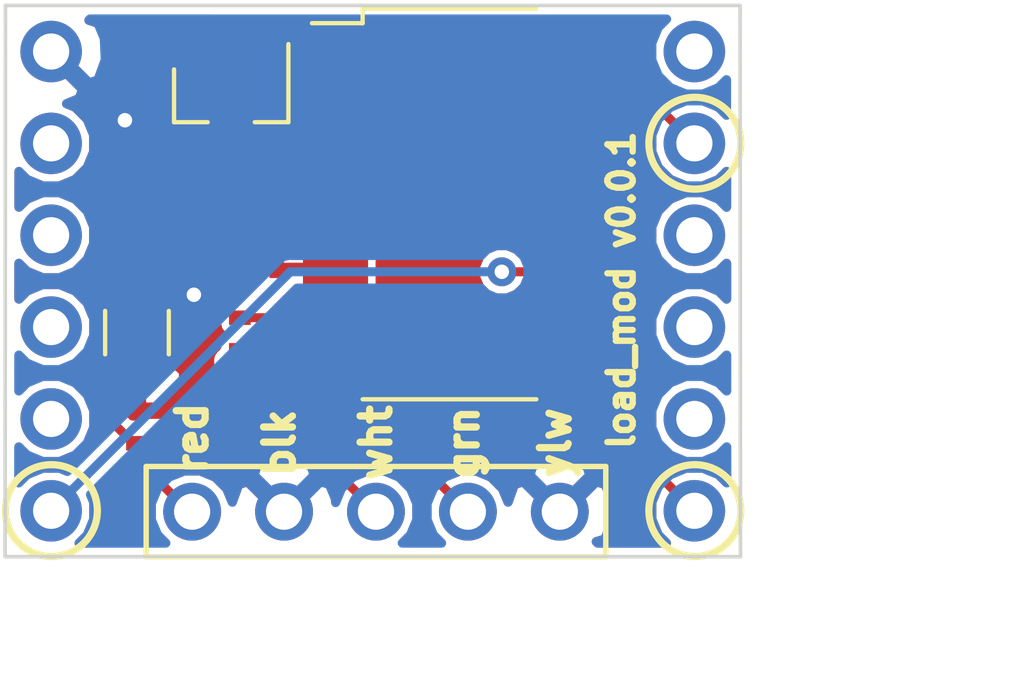
<source format=kicad_pcb>
(kicad_pcb (version 20171130) (host pcbnew "(5.0.1-3-g963ef8bb5)")

  (general
    (thickness 1.6)
    (drawings 11)
    (tracks 72)
    (zones 0)
    (modules 15)
    (nets 25)
  )

  (page A4)
  (layers
    (0 F.Cu signal)
    (31 B.Cu signal)
    (32 B.Adhes user)
    (33 F.Adhes user)
    (34 B.Paste user)
    (35 F.Paste user)
    (36 B.SilkS user)
    (37 F.SilkS user)
    (38 B.Mask user)
    (39 F.Mask user)
    (40 Dwgs.User user)
    (41 Cmts.User user)
    (42 Eco1.User user)
    (43 Eco2.User user)
    (44 Edge.Cuts user)
    (45 Margin user)
    (46 B.CrtYd user)
    (47 F.CrtYd user)
    (48 B.Fab user)
    (49 F.Fab user)
  )

  (setup
    (last_trace_width 0.25)
    (trace_clearance 0.2)
    (zone_clearance 0.2)
    (zone_45_only no)
    (trace_min 0.2)
    (segment_width 0.2)
    (edge_width 0.15)
    (via_size 0.8)
    (via_drill 0.4)
    (via_min_size 0.4)
    (via_min_drill 0.3)
    (uvia_size 0.3)
    (uvia_drill 0.1)
    (uvias_allowed no)
    (uvia_min_size 0.2)
    (uvia_min_drill 0.1)
    (pcb_text_width 0.3)
    (pcb_text_size 1.5 1.5)
    (mod_edge_width 0.15)
    (mod_text_size 1 1)
    (mod_text_width 0.15)
    (pad_size 1.524 1.524)
    (pad_drill 0.762)
    (pad_to_mask_clearance 0.051)
    (solder_mask_min_width 0.25)
    (aux_axis_origin 0 0)
    (grid_origin 162.4811 75.7886)
    (visible_elements FFFFFF7F)
    (pcbplotparams
      (layerselection 0x310fc_ffffffff)
      (usegerberextensions false)
      (usegerberattributes false)
      (usegerberadvancedattributes false)
      (creategerberjobfile false)
      (excludeedgelayer true)
      (linewidth 0.100000)
      (plotframeref false)
      (viasonmask false)
      (mode 1)
      (useauxorigin false)
      (hpglpennumber 1)
      (hpglpenspeed 20)
      (hpglpendiameter 15.000000)
      (psnegative false)
      (psa4output false)
      (plotreference true)
      (plotvalue true)
      (plotinvisibletext false)
      (padsonsilk false)
      (subtractmaskfromsilk false)
      (outputformat 1)
      (mirror false)
      (drillshape 0)
      (scaleselection 1)
      (outputdirectory "gerber/"))
  )

  (net 0 "")
  (net 1 "Net-(J2-Pad8)")
  (net 2 /SCK)
  (net 3 "Net-(J2-Pad10)")
  (net 4 "Net-(J2-Pad3)")
  (net 5 "Net-(J2-Pad9)")
  (net 6 "Net-(J2-Pad11)")
  (net 7 GND)
  (net 8 /DAT)
  (net 9 "Net-(J2-Pad4)")
  (net 10 "Net-(J2-Pad2)")
  (net 11 "Net-(J2-Pad6)")
  (net 12 +3V3)
  (net 13 "Net-(Q1-Pad1)")
  (net 14 "Net-(L1-Pad2)")
  (net 15 "Net-(U1-Pad13)")
  (net 16 "Net-(U1-Pad10)")
  (net 17 "Net-(U1-Pad9)")
  (net 18 "Net-(C4-Pad2)")
  (net 19 "Net-(C4-Pad1)")
  (net 20 "Net-(C3-Pad2)")
  (net 21 "Net-(R1-Pad2)")
  (net 22 "Net-(C1-Pad1)")
  (net 23 /A-)
  (net 24 /A+)

  (net_class Default "Ceci est la Netclass par défaut."
    (clearance 0.2)
    (trace_width 0.25)
    (via_dia 0.8)
    (via_drill 0.4)
    (uvia_dia 0.3)
    (uvia_drill 0.1)
    (add_net +3V3)
    (add_net /A+)
    (add_net /A-)
    (add_net /DAT)
    (add_net /SCK)
    (add_net GND)
    (add_net "Net-(C1-Pad1)")
    (add_net "Net-(C3-Pad2)")
    (add_net "Net-(C4-Pad1)")
    (add_net "Net-(C4-Pad2)")
    (add_net "Net-(J2-Pad10)")
    (add_net "Net-(J2-Pad11)")
    (add_net "Net-(J2-Pad2)")
    (add_net "Net-(J2-Pad3)")
    (add_net "Net-(J2-Pad4)")
    (add_net "Net-(J2-Pad6)")
    (add_net "Net-(J2-Pad8)")
    (add_net "Net-(J2-Pad9)")
    (add_net "Net-(L1-Pad2)")
    (add_net "Net-(Q1-Pad1)")
    (add_net "Net-(R1-Pad2)")
    (add_net "Net-(U1-Pad10)")
    (add_net "Net-(U1-Pad13)")
    (add_net "Net-(U1-Pad9)")
  )

  (module Common_Footprint:SOP-16_4.4x10.4mm_Pitch1.27mm (layer F.Cu) (tedit 5D19E2EA) (tstamp 5D19F484)
    (at 174.752 81.28)
    (descr "16-Lead Plastic Small Outline http://www.vishay.com/docs/49633/sg2098.pdf")
    (tags "SOP 1.27")
    (path /5D0D051D)
    (attr smd)
    (fp_text reference U1 (at 0 -6.2) (layer F.SilkS) hide
      (effects (font (size 1 1) (thickness 0.15)))
    )
    (fp_text value HX711 (at 0 6.1) (layer F.Fab) hide
      (effects (font (size 1 1) (thickness 0.15)))
    )
    (fp_text user %R (at 0 0) (layer F.Fab)
      (effects (font (size 0.8 0.8) (thickness 0.15)))
    )
    (fp_line (start -2.2 -4.6) (end -1.6 -5.2) (layer F.Fab) (width 0.1))
    (fp_line (start -2.4 -5.4) (end -2.4 -5) (layer F.SilkS) (width 0.12))
    (fp_line (start -2.4 -5) (end -3.8 -5) (layer F.SilkS) (width 0.12))
    (fp_line (start -1.6 -5.2) (end 2.2 -5.2) (layer F.Fab) (width 0.1))
    (fp_line (start 2.2 -5.2) (end 2.2 5.2) (layer F.Fab) (width 0.1))
    (fp_line (start 2.2 5.2) (end -2.2 5.2) (layer F.Fab) (width 0.1))
    (fp_line (start -2.2 5.2) (end -2.2 -4.6) (layer F.Fab) (width 0.1))
    (fp_line (start -2.4 -5.4) (end 2.4 -5.4) (layer F.SilkS) (width 0.12))
    (fp_line (start -2.4 5.4) (end 2.4 5.4) (layer F.SilkS) (width 0.12))
    (fp_line (start -4.05 -5.45) (end 4.05 -5.45) (layer F.CrtYd) (width 0.05))
    (fp_line (start -4.05 -5.45) (end -4.05 5.45) (layer F.CrtYd) (width 0.05))
    (fp_line (start 4.05 5.45) (end 4.05 -5.45) (layer F.CrtYd) (width 0.05))
    (fp_line (start 4.05 5.45) (end -4.05 5.45) (layer F.CrtYd) (width 0.05))
    (pad 1 smd rect (at -3.15 -4.45) (size 1.8 0.8) (layers F.Cu F.Paste F.Mask)
      (net 12 +3V3))
    (pad 2 smd rect (at -3.15 -3.17) (size 1.8 0.8) (layers F.Cu F.Paste F.Mask)
      (net 13 "Net-(Q1-Pad1)"))
    (pad 3 smd rect (at -3.15 -1.91) (size 1.8 0.8) (layers F.Cu F.Paste F.Mask)
      (net 14 "Net-(L1-Pad2)"))
    (pad 4 smd rect (at -3.15 -0.64) (size 1.8 0.8) (layers F.Cu F.Paste F.Mask)
      (net 21 "Net-(R1-Pad2)"))
    (pad 5 smd rect (at -3.15 0.64) (size 1.8 0.8) (layers F.Cu F.Paste F.Mask)
      (net 7 GND))
    (pad 6 smd rect (at -3.15 1.91) (size 1.8 0.8) (layers F.Cu F.Paste F.Mask)
      (net 20 "Net-(C3-Pad2)"))
    (pad 7 smd rect (at -3.15 3.17) (size 1.8 0.8) (layers F.Cu F.Paste F.Mask)
      (net 19 "Net-(C4-Pad1)"))
    (pad 8 smd rect (at -3.15 4.45) (size 1.8 0.8) (layers F.Cu F.Paste F.Mask)
      (net 18 "Net-(C4-Pad2)"))
    (pad 9 smd rect (at 3.15 4.45) (size 1.8 0.8) (layers F.Cu F.Paste F.Mask)
      (net 17 "Net-(U1-Pad9)"))
    (pad 10 smd rect (at 3.15 3.17) (size 1.8 0.8) (layers F.Cu F.Paste F.Mask)
      (net 16 "Net-(U1-Pad10)"))
    (pad 11 smd rect (at 3.15 1.91) (size 1.8 0.8) (layers F.Cu F.Paste F.Mask)
      (net 2 /SCK))
    (pad 12 smd rect (at 3.15 0.64) (size 1.8 0.8) (layers F.Cu F.Paste F.Mask)
      (net 8 /DAT))
    (pad 13 smd rect (at 3.15 -0.64) (size 1.8 0.8) (layers F.Cu F.Paste F.Mask)
      (net 15 "Net-(U1-Pad13)"))
    (pad 14 smd rect (at 3.15 -1.91) (size 1.8 0.8) (layers F.Cu F.Paste F.Mask)
      (net 7 GND))
    (pad 15 smd rect (at 3.15 -3.17) (size 1.8 0.8) (layers F.Cu F.Paste F.Mask)
      (net 7 GND))
    (pad 16 smd rect (at 3.15 -4.45) (size 1.8 0.8) (layers F.Cu F.Paste F.Mask)
      (net 12 +3V3))
    (model ${KISYS3DMOD}/SOP16.STEP
      (at (xyz 0 0 0))
      (scale (xyz 1 1 1))
      (rotate (xyz 0 0 180))
    )
  )

  (module Common_Footprint:826926-5 (layer F.Cu) (tedit 5D19D994) (tstamp 5D19EE43)
    (at 172.72 89.789)
    (path /5D1BF487)
    (fp_text reference J1 (at -4.3 2.2) (layer F.Fab) hide
      (effects (font (size 1 1) (thickness 0.15)))
    )
    (fp_text value Header5Contacts (at -2.5 -2) (layer F.Fab) hide
      (effects (font (size 1 1) (thickness 0.15)))
    )
    (fp_line (start -6.35 -1.25) (end -6.35 1.25) (layer F.SilkS) (width 0.15))
    (fp_line (start 6.35 -1.25) (end 6.35 1.25) (layer F.SilkS) (width 0.15))
    (fp_line (start -6.35 1.25) (end 6.35 1.25) (layer F.SilkS) (width 0.15))
    (fp_line (start -6.35 -1.25) (end 6.35 -1.25) (layer F.SilkS) (width 0.15))
    (pad 5 thru_hole circle (at 5.08 0) (size 1.6 1.6) (drill 1) (layers *.Cu *.Mask)
      (net 7 GND))
    (pad 4 thru_hole circle (at 2.54 0) (size 1.6 1.6) (drill 1) (layers *.Cu *.Mask)
      (net 24 /A+))
    (pad 3 thru_hole circle (at 0 0) (size 1.6 1.6) (drill 1) (layers *.Cu *.Mask)
      (net 23 /A-))
    (pad 2 thru_hole circle (at -2.54 0) (size 1.6 1.6) (drill 1) (layers *.Cu *.Mask)
      (net 7 GND))
    (pad 1 thru_hole circle (at -5.08 0) (size 1.6 1.6) (drill 1) (layers *.Cu *.Mask)
      (net 22 "Net-(C1-Pad1)"))
    (model ${KISYS3DMOD}/Connector_5cts_p2.54-826629-5.stp
      (offset (xyz 0.04999999924907534 0 2.89999995644637))
      (scale (xyz 1 1 1))
      (rotate (xyz 0 0 0))
    )
  )

  (module Common_Footprint:1008 (layer F.Cu) (tedit 5D19D74E) (tstamp 5D19EE49)
    (at 166.624 81.649 90)
    (path /5D1A64EC)
    (fp_text reference L1 (at 0 0 90) (layer F.Fab)
      (effects (font (size 1 1) (thickness 0.15)))
    )
    (fp_text value 3.3uh (at 0 -2.032 90) (layer F.Fab) hide
      (effects (font (size 1 1) (thickness 0.15)))
    )
    (pad 2 smd rect (at 0.75 0 180) (size 2.4 1.2) (layers F.Cu F.Paste F.Mask)
      (net 14 "Net-(L1-Pad2)"))
    (pad 1 smd rect (at -0.75 0 180) (size 2.4 1.2) (layers F.Cu F.Paste F.Mask)
      (net 22 "Net-(C1-Pad1)"))
    (model ${KISYS3DMOD}/1008.STEP
      (offset (xyz 0 -1.1 0.9))
      (scale (xyz 1 1 1))
      (rotate (xyz 0 0 0))
    )
  )

  (module Common_Footprint:R_0402_NoSilk (layer F.Cu) (tedit 5E8B6747) (tstamp 5D19EE36)
    (at 169.6511 86.3296)
    (descr "Resistor SMD 0402, reflow soldering, Vishay (see dcrcw.pdf)")
    (tags "resistor 0402")
    (path /5D1AF3F5)
    (attr smd)
    (fp_text reference R4 (at 0 0) (layer F.Fab)
      (effects (font (size 0.25 0.25) (thickness 0.0625)))
    )
    (fp_text value 100 (at 0 1.25) (layer F.Fab) hide
      (effects (font (size 1 1) (thickness 0.15)))
    )
    (fp_line (start 0.8 0.45) (end -0.8 0.45) (layer F.CrtYd) (width 0.05))
    (fp_line (start 0.8 0.45) (end 0.8 -0.45) (layer F.CrtYd) (width 0.05))
    (fp_line (start -0.8 -0.45) (end -0.8 0.45) (layer F.CrtYd) (width 0.05))
    (fp_line (start -0.8 -0.45) (end 0.8 -0.45) (layer F.CrtYd) (width 0.05))
    (fp_line (start -0.5 -0.25) (end 0.5 -0.25) (layer F.Fab) (width 0.1))
    (fp_line (start 0.5 -0.25) (end 0.5 0.25) (layer F.Fab) (width 0.1))
    (fp_line (start 0.5 0.25) (end -0.5 0.25) (layer F.Fab) (width 0.1))
    (fp_line (start -0.5 0.25) (end -0.5 -0.25) (layer F.Fab) (width 0.1))
    (pad 2 smd rect (at 0.45 0) (size 0.4 0.6) (layers F.Cu F.Paste F.Mask)
      (net 18 "Net-(C4-Pad2)"))
    (pad 1 smd rect (at -0.45 0) (size 0.4 0.6) (layers F.Cu F.Paste F.Mask)
      (net 24 /A+))
    (model "${KISYS3DMOD}/0402 SMD Resistor.step"
      (at (xyz 0 0 0))
      (scale (xyz 1 1 1))
      (rotate (xyz 0 0 90))
    )
  )

  (module Common_Footprint:R_0402_NoSilk (layer F.Cu) (tedit 5E8B6747) (tstamp 5D19EE28)
    (at 168.9581 84.8746 90)
    (descr "Resistor SMD 0402, reflow soldering, Vishay (see dcrcw.pdf)")
    (tags "resistor 0402")
    (path /5D1ADCA7)
    (attr smd)
    (fp_text reference R3 (at 0 0 90) (layer F.Fab)
      (effects (font (size 0.25 0.25) (thickness 0.0625)))
    )
    (fp_text value 100 (at 0 1.25 90) (layer F.Fab) hide
      (effects (font (size 1 1) (thickness 0.15)))
    )
    (fp_line (start 0.8 0.45) (end -0.8 0.45) (layer F.CrtYd) (width 0.05))
    (fp_line (start 0.8 0.45) (end 0.8 -0.45) (layer F.CrtYd) (width 0.05))
    (fp_line (start -0.8 -0.45) (end -0.8 0.45) (layer F.CrtYd) (width 0.05))
    (fp_line (start -0.8 -0.45) (end 0.8 -0.45) (layer F.CrtYd) (width 0.05))
    (fp_line (start -0.5 -0.25) (end 0.5 -0.25) (layer F.Fab) (width 0.1))
    (fp_line (start 0.5 -0.25) (end 0.5 0.25) (layer F.Fab) (width 0.1))
    (fp_line (start 0.5 0.25) (end -0.5 0.25) (layer F.Fab) (width 0.1))
    (fp_line (start -0.5 0.25) (end -0.5 -0.25) (layer F.Fab) (width 0.1))
    (pad 2 smd rect (at 0.45 0 90) (size 0.4 0.6) (layers F.Cu F.Paste F.Mask)
      (net 19 "Net-(C4-Pad1)"))
    (pad 1 smd rect (at -0.45 0 90) (size 0.4 0.6) (layers F.Cu F.Paste F.Mask)
      (net 23 /A-))
    (model "${KISYS3DMOD}/0402 SMD Resistor.step"
      (at (xyz 0 0 0))
      (scale (xyz 1 1 1))
      (rotate (xyz 0 0 90))
    )
  )

  (module Common_Footprint:R_0402_NoSilk (layer F.Cu) (tedit 5E8B6747) (tstamp 5D19EE1A)
    (at 169.5241 81.8846 180)
    (descr "Resistor SMD 0402, reflow soldering, Vishay (see dcrcw.pdf)")
    (tags "resistor 0402")
    (path /5D1A53CC)
    (attr smd)
    (fp_text reference R2 (at 0 0 180) (layer F.Fab)
      (effects (font (size 0.25 0.25) (thickness 0.0625)))
    )
    (fp_text value 8.2K (at 0 1.25 180) (layer F.Fab) hide
      (effects (font (size 1 1) (thickness 0.15)))
    )
    (fp_line (start 0.8 0.45) (end -0.8 0.45) (layer F.CrtYd) (width 0.05))
    (fp_line (start 0.8 0.45) (end 0.8 -0.45) (layer F.CrtYd) (width 0.05))
    (fp_line (start -0.8 -0.45) (end -0.8 0.45) (layer F.CrtYd) (width 0.05))
    (fp_line (start -0.8 -0.45) (end 0.8 -0.45) (layer F.CrtYd) (width 0.05))
    (fp_line (start -0.5 -0.25) (end 0.5 -0.25) (layer F.Fab) (width 0.1))
    (fp_line (start 0.5 -0.25) (end 0.5 0.25) (layer F.Fab) (width 0.1))
    (fp_line (start 0.5 0.25) (end -0.5 0.25) (layer F.Fab) (width 0.1))
    (fp_line (start -0.5 0.25) (end -0.5 -0.25) (layer F.Fab) (width 0.1))
    (pad 2 smd rect (at 0.45 0 180) (size 0.4 0.6) (layers F.Cu F.Paste F.Mask)
      (net 7 GND))
    (pad 1 smd rect (at -0.45 0 180) (size 0.4 0.6) (layers F.Cu F.Paste F.Mask)
      (net 21 "Net-(R1-Pad2)"))
    (model "${KISYS3DMOD}/0402 SMD Resistor.step"
      (at (xyz 0 0 0))
      (scale (xyz 1 1 1))
      (rotate (xyz 0 0 90))
    )
  )

  (module Common_Footprint:R_0402_NoSilk (layer F.Cu) (tedit 5E8B6747) (tstamp 5D19EE0C)
    (at 169.5241 80.7416)
    (descr "Resistor SMD 0402, reflow soldering, Vishay (see dcrcw.pdf)")
    (tags "resistor 0402")
    (path /5D1A52F5)
    (attr smd)
    (fp_text reference R1 (at 0 0) (layer F.Fab)
      (effects (font (size 0.25 0.25) (thickness 0.0625)))
    )
    (fp_text value 20K (at 0 1.25) (layer F.Fab) hide
      (effects (font (size 1 1) (thickness 0.15)))
    )
    (fp_line (start 0.8 0.45) (end -0.8 0.45) (layer F.CrtYd) (width 0.05))
    (fp_line (start 0.8 0.45) (end 0.8 -0.45) (layer F.CrtYd) (width 0.05))
    (fp_line (start -0.8 -0.45) (end -0.8 0.45) (layer F.CrtYd) (width 0.05))
    (fp_line (start -0.8 -0.45) (end 0.8 -0.45) (layer F.CrtYd) (width 0.05))
    (fp_line (start -0.5 -0.25) (end 0.5 -0.25) (layer F.Fab) (width 0.1))
    (fp_line (start 0.5 -0.25) (end 0.5 0.25) (layer F.Fab) (width 0.1))
    (fp_line (start 0.5 0.25) (end -0.5 0.25) (layer F.Fab) (width 0.1))
    (fp_line (start -0.5 0.25) (end -0.5 -0.25) (layer F.Fab) (width 0.1))
    (pad 2 smd rect (at 0.45 0) (size 0.4 0.6) (layers F.Cu F.Paste F.Mask)
      (net 21 "Net-(R1-Pad2)"))
    (pad 1 smd rect (at -0.45 0) (size 0.4 0.6) (layers F.Cu F.Paste F.Mask)
      (net 14 "Net-(L1-Pad2)"))
    (model "${KISYS3DMOD}/0402 SMD Resistor.step"
      (at (xyz 0 0 0))
      (scale (xyz 1 1 1))
      (rotate (xyz 0 0 90))
    )
  )

  (module Common_Footprint:R_0402_NoSilk (layer F.Cu) (tedit 5E8B6747) (tstamp 5D19EDFE)
    (at 179.578 77.782 270)
    (descr "Resistor SMD 0402, reflow soldering, Vishay (see dcrcw.pdf)")
    (tags "resistor 0402")
    (path /5D1ABA45)
    (attr smd)
    (fp_text reference C6 (at 0 0 270) (layer F.Fab)
      (effects (font (size 0.25 0.25) (thickness 0.0625)))
    )
    (fp_text value 0.1uf (at 0 1.25 270) (layer F.Fab) hide
      (effects (font (size 1 1) (thickness 0.15)))
    )
    (fp_line (start 0.8 0.45) (end -0.8 0.45) (layer F.CrtYd) (width 0.05))
    (fp_line (start 0.8 0.45) (end 0.8 -0.45) (layer F.CrtYd) (width 0.05))
    (fp_line (start -0.8 -0.45) (end -0.8 0.45) (layer F.CrtYd) (width 0.05))
    (fp_line (start -0.8 -0.45) (end 0.8 -0.45) (layer F.CrtYd) (width 0.05))
    (fp_line (start -0.5 -0.25) (end 0.5 -0.25) (layer F.Fab) (width 0.1))
    (fp_line (start 0.5 -0.25) (end 0.5 0.25) (layer F.Fab) (width 0.1))
    (fp_line (start 0.5 0.25) (end -0.5 0.25) (layer F.Fab) (width 0.1))
    (fp_line (start -0.5 0.25) (end -0.5 -0.25) (layer F.Fab) (width 0.1))
    (pad 2 smd rect (at 0.45 0 270) (size 0.4 0.6) (layers F.Cu F.Paste F.Mask)
      (net 7 GND))
    (pad 1 smd rect (at -0.45 0 270) (size 0.4 0.6) (layers F.Cu F.Paste F.Mask)
      (net 12 +3V3))
    (model "${KISYS3DMOD}/0402 SMD Resistor.step"
      (at (xyz 0 0 0))
      (scale (xyz 1 1 1))
      (rotate (xyz 0 0 90))
    )
  )

  (module Common_Footprint:R_0402_NoSilk (layer F.Cu) (tedit 5E8B6747) (tstamp 5D19EDF0)
    (at 165.92 77.216 180)
    (descr "Resistor SMD 0402, reflow soldering, Vishay (see dcrcw.pdf)")
    (tags "resistor 0402")
    (path /5D1ABAA1)
    (attr smd)
    (fp_text reference C5 (at 0 0 180) (layer F.Fab)
      (effects (font (size 0.25 0.25) (thickness 0.0625)))
    )
    (fp_text value 0.1uf (at 0 1.25 180) (layer F.Fab) hide
      (effects (font (size 1 1) (thickness 0.15)))
    )
    (fp_line (start 0.8 0.45) (end -0.8 0.45) (layer F.CrtYd) (width 0.05))
    (fp_line (start 0.8 0.45) (end 0.8 -0.45) (layer F.CrtYd) (width 0.05))
    (fp_line (start -0.8 -0.45) (end -0.8 0.45) (layer F.CrtYd) (width 0.05))
    (fp_line (start -0.8 -0.45) (end 0.8 -0.45) (layer F.CrtYd) (width 0.05))
    (fp_line (start -0.5 -0.25) (end 0.5 -0.25) (layer F.Fab) (width 0.1))
    (fp_line (start 0.5 -0.25) (end 0.5 0.25) (layer F.Fab) (width 0.1))
    (fp_line (start 0.5 0.25) (end -0.5 0.25) (layer F.Fab) (width 0.1))
    (fp_line (start -0.5 0.25) (end -0.5 -0.25) (layer F.Fab) (width 0.1))
    (pad 2 smd rect (at 0.45 0 180) (size 0.4 0.6) (layers F.Cu F.Paste F.Mask)
      (net 7 GND))
    (pad 1 smd rect (at -0.45 0 180) (size 0.4 0.6) (layers F.Cu F.Paste F.Mask)
      (net 12 +3V3))
    (model "${KISYS3DMOD}/0402 SMD Resistor.step"
      (at (xyz 0 0 0))
      (scale (xyz 1 1 1))
      (rotate (xyz 0 0 90))
    )
  )

  (module Common_Footprint:R_0402_NoSilk (layer F.Cu) (tedit 5E8B6747) (tstamp 5D19EDE2)
    (at 170.053 84.8746 270)
    (descr "Resistor SMD 0402, reflow soldering, Vishay (see dcrcw.pdf)")
    (tags "resistor 0402")
    (path /5D1AB6E8)
    (attr smd)
    (fp_text reference C4 (at 0 0 270) (layer F.Fab)
      (effects (font (size 0.25 0.25) (thickness 0.0625)))
    )
    (fp_text value 0.1uf (at 0 1.25 270) (layer F.Fab) hide
      (effects (font (size 1 1) (thickness 0.15)))
    )
    (fp_line (start 0.8 0.45) (end -0.8 0.45) (layer F.CrtYd) (width 0.05))
    (fp_line (start 0.8 0.45) (end 0.8 -0.45) (layer F.CrtYd) (width 0.05))
    (fp_line (start -0.8 -0.45) (end -0.8 0.45) (layer F.CrtYd) (width 0.05))
    (fp_line (start -0.8 -0.45) (end 0.8 -0.45) (layer F.CrtYd) (width 0.05))
    (fp_line (start -0.5 -0.25) (end 0.5 -0.25) (layer F.Fab) (width 0.1))
    (fp_line (start 0.5 -0.25) (end 0.5 0.25) (layer F.Fab) (width 0.1))
    (fp_line (start 0.5 0.25) (end -0.5 0.25) (layer F.Fab) (width 0.1))
    (fp_line (start -0.5 0.25) (end -0.5 -0.25) (layer F.Fab) (width 0.1))
    (pad 2 smd rect (at 0.45 0 270) (size 0.4 0.6) (layers F.Cu F.Paste F.Mask)
      (net 18 "Net-(C4-Pad2)"))
    (pad 1 smd rect (at -0.45 0 270) (size 0.4 0.6) (layers F.Cu F.Paste F.Mask)
      (net 19 "Net-(C4-Pad1)"))
    (model "${KISYS3DMOD}/0402 SMD Resistor.step"
      (at (xyz 0 0 0))
      (scale (xyz 1 1 1))
      (rotate (xyz 0 0 90))
    )
  )

  (module Common_Footprint:R_0402_NoSilk (layer F.Cu) (tedit 5E8B6747) (tstamp 5D19EDD4)
    (at 169.5241 83.0276)
    (descr "Resistor SMD 0402, reflow soldering, Vishay (see dcrcw.pdf)")
    (tags "resistor 0402")
    (path /5D1AB4E1)
    (attr smd)
    (fp_text reference C3 (at 0 0) (layer F.Fab)
      (effects (font (size 0.25 0.25) (thickness 0.0625)))
    )
    (fp_text value 0.1uf (at 0 1.25) (layer F.Fab) hide
      (effects (font (size 1 1) (thickness 0.15)))
    )
    (fp_line (start 0.8 0.45) (end -0.8 0.45) (layer F.CrtYd) (width 0.05))
    (fp_line (start 0.8 0.45) (end 0.8 -0.45) (layer F.CrtYd) (width 0.05))
    (fp_line (start -0.8 -0.45) (end -0.8 0.45) (layer F.CrtYd) (width 0.05))
    (fp_line (start -0.8 -0.45) (end 0.8 -0.45) (layer F.CrtYd) (width 0.05))
    (fp_line (start -0.5 -0.25) (end 0.5 -0.25) (layer F.Fab) (width 0.1))
    (fp_line (start 0.5 -0.25) (end 0.5 0.25) (layer F.Fab) (width 0.1))
    (fp_line (start 0.5 0.25) (end -0.5 0.25) (layer F.Fab) (width 0.1))
    (fp_line (start -0.5 0.25) (end -0.5 -0.25) (layer F.Fab) (width 0.1))
    (pad 2 smd rect (at 0.45 0) (size 0.4 0.6) (layers F.Cu F.Paste F.Mask)
      (net 20 "Net-(C3-Pad2)"))
    (pad 1 smd rect (at -0.45 0) (size 0.4 0.6) (layers F.Cu F.Paste F.Mask)
      (net 7 GND))
    (model "${KISYS3DMOD}/0402 SMD Resistor.step"
      (at (xyz 0 0 0))
      (scale (xyz 1 1 1))
      (rotate (xyz 0 0 90))
    )
  )

  (module Common_Footprint:R_0402_NoSilk (layer F.Cu) (tedit 5E8B6747) (tstamp 5D19EDC6)
    (at 166.116 87.445 90)
    (descr "Resistor SMD 0402, reflow soldering, Vishay (see dcrcw.pdf)")
    (tags "resistor 0402")
    (path /5D1AB8F3)
    (attr smd)
    (fp_text reference C1 (at 0 0 90) (layer F.Fab)
      (effects (font (size 0.25 0.25) (thickness 0.0625)))
    )
    (fp_text value 0.1uf (at 0 1.25 90) (layer F.Fab) hide
      (effects (font (size 1 1) (thickness 0.15)))
    )
    (fp_line (start 0.8 0.45) (end -0.8 0.45) (layer F.CrtYd) (width 0.05))
    (fp_line (start 0.8 0.45) (end 0.8 -0.45) (layer F.CrtYd) (width 0.05))
    (fp_line (start -0.8 -0.45) (end -0.8 0.45) (layer F.CrtYd) (width 0.05))
    (fp_line (start -0.8 -0.45) (end 0.8 -0.45) (layer F.CrtYd) (width 0.05))
    (fp_line (start -0.5 -0.25) (end 0.5 -0.25) (layer F.Fab) (width 0.1))
    (fp_line (start 0.5 -0.25) (end 0.5 0.25) (layer F.Fab) (width 0.1))
    (fp_line (start 0.5 0.25) (end -0.5 0.25) (layer F.Fab) (width 0.1))
    (fp_line (start -0.5 0.25) (end -0.5 -0.25) (layer F.Fab) (width 0.1))
    (pad 2 smd rect (at 0.45 0 90) (size 0.4 0.6) (layers F.Cu F.Paste F.Mask)
      (net 7 GND))
    (pad 1 smd rect (at -0.45 0 90) (size 0.4 0.6) (layers F.Cu F.Paste F.Mask)
      (net 22 "Net-(C1-Pad1)"))
    (model "${KISYS3DMOD}/0402 SMD Resistor.step"
      (at (xyz 0 0 0))
      (scale (xyz 1 1 1))
      (rotate (xyz 0 0 90))
    )
  )

  (module Common_Footprint:R_0805 (layer F.Cu) (tedit 5BE5A41E) (tstamp 5D19EDA7)
    (at 166.116 84.836 270)
    (descr "Resistor SMD 0805, hand soldering")
    (tags "resistor 0805")
    (path /5D1AB876)
    (attr smd)
    (fp_text reference C2 (at -0.04 1.67 270) (layer F.SilkS) hide
      (effects (font (size 0.75 0.75) (thickness 0.15)))
    )
    (fp_text value 10uf (at 0.08 3.86 270) (layer F.Fab) hide
      (effects (font (size 1 1) (thickness 0.15)))
    )
    (fp_text user %R (at 0 0 270) (layer F.Fab)
      (effects (font (size 0.5 0.5) (thickness 0.075)))
    )
    (fp_line (start -1 0.62) (end -1 -0.62) (layer F.Fab) (width 0.1))
    (fp_line (start 1 0.62) (end -1 0.62) (layer F.Fab) (width 0.1))
    (fp_line (start 1 -0.62) (end 1 0.62) (layer F.Fab) (width 0.1))
    (fp_line (start -1 -0.62) (end 1 -0.62) (layer F.Fab) (width 0.1))
    (fp_line (start 0.6 0.88) (end -0.6 0.88) (layer F.SilkS) (width 0.12))
    (fp_line (start -0.6 -0.88) (end 0.6 -0.88) (layer F.SilkS) (width 0.12))
    (fp_line (start -1.5 -0.9) (end 1.5 -0.9) (layer F.CrtYd) (width 0.05))
    (fp_line (start -1.5 -0.9) (end -1.5 0.9) (layer F.CrtYd) (width 0.05))
    (fp_line (start 1.5 0.9) (end 1.5 -0.9) (layer F.CrtYd) (width 0.05))
    (fp_line (start 1.5 0.9) (end -1.5 0.9) (layer F.CrtYd) (width 0.05))
    (pad 1 smd rect (at -0.8 0 270) (size 0.8 1.3) (layers F.Cu F.Paste F.Mask)
      (net 22 "Net-(C1-Pad1)"))
    (pad 2 smd rect (at 0.8 0 270) (size 0.8 1.3) (layers F.Cu F.Paste F.Mask)
      (net 7 GND))
    (model "${KISYS3DMOD}/0805 SMD Resistor.STEP"
      (at (xyz 0 0 0))
      (scale (xyz 1 1 1))
      (rotate (xyz -90 0 0))
    )
  )

  (module Common_Footprint:SOT-23 (layer F.Cu) (tedit 5AB3C0F4) (tstamp 5D19ED74)
    (at 168.91 77.978 270)
    (path /5D1A51AE)
    (fp_text reference Q1 (at -0.127 0.127 270) (layer F.SilkS) hide
      (effects (font (size 1 1) (thickness 0.15)))
    )
    (fp_text value Q_NPN_BEC (at 0.1 -3.6 270) (layer F.Fab) hide
      (effects (font (size 1 1) (thickness 0.15)))
    )
    (fp_line (start -0.42 -0.76) (end -0.42 1.69) (layer F.Fab) (width 0.1))
    (fp_line (start 0.13 -1.33) (end 0.98 -1.33) (layer F.Fab) (width 0.1))
    (fp_line (start 1.04 1.77) (end -0.42 1.77) (layer F.SilkS) (width 0.12))
    (fp_line (start 1.04 -1.39) (end -1.12 -1.39) (layer F.SilkS) (width 0.12))
    (fp_line (start -1.42 1.94) (end -1.42 -1.56) (layer F.CrtYd) (width 0.05))
    (fp_line (start 1.98 1.94) (end -1.42 1.94) (layer F.CrtYd) (width 0.05))
    (fp_line (start 1.98 -1.56) (end 1.98 1.94) (layer F.CrtYd) (width 0.05))
    (fp_line (start -1.42 -1.56) (end 1.98 -1.56) (layer F.CrtYd) (width 0.05))
    (fp_line (start 1.04 -1.39) (end 1.04 -0.46) (layer F.SilkS) (width 0.12))
    (fp_line (start 1.04 1.77) (end 1.04 0.84) (layer F.SilkS) (width 0.12))
    (fp_line (start -0.42 1.71) (end 0.98 1.71) (layer F.Fab) (width 0.1))
    (fp_line (start 0.98 -1.33) (end 0.98 1.71) (layer F.Fab) (width 0.1))
    (fp_line (start -0.42 -0.76) (end 0.13 -1.33) (layer F.Fab) (width 0.1))
    (fp_text user %R (at 0.28 0.19) (layer F.Fab)
      (effects (font (size 0.5 0.5) (thickness 0.075)))
    )
    (pad 3 smd rect (at 1.28 0.19 270) (size 0.9 0.8) (layers F.Cu F.Paste F.Mask)
      (net 14 "Net-(L1-Pad2)"))
    (pad 2 smd rect (at -0.72 1.14 270) (size 0.9 0.8) (layers F.Cu F.Paste F.Mask)
      (net 12 +3V3))
    (pad 1 smd rect (at -0.72 -0.76 270) (size 0.9 0.8) (layers F.Cu F.Paste F.Mask)
      (net 13 "Net-(Q1-Pad1)"))
    (model ${KISYS3DMOD}/SOT-23.step
      (offset (xyz 0.25 -0.15 0.5))
      (scale (xyz 1 1 1))
      (rotate (xyz -90 0 -90))
    )
  )

  (module Common_Footprint:l0_Shield_Socket locked (layer F.Cu) (tedit 5C657850) (tstamp 5D19ED5F)
    (at 172.6311 83.4136)
    (path /5D012234)
    (fp_text reference J2 (at 0 0.5) (layer F.SilkS) hide
      (effects (font (size 1 1) (thickness 0.15)))
    )
    (fp_text value l0_Socket (at 0 -0.5) (layer F.Fab) hide
      (effects (font (size 1 1) (thickness 0.15)))
    )
    (fp_line (start -10.15 -7.625) (end -10.16 7.62) (layer Edge.Cuts) (width 0.1))
    (fp_line (start -10.15 -7.625) (end 10.15 -7.625) (layer Edge.Cuts) (width 0.1))
    (fp_line (start -10.16 7.62) (end 10.16 7.62) (layer Edge.Cuts) (width 0.1))
    (fp_line (start 10.15 -7.625) (end 10.16 7.62) (layer Edge.Cuts) (width 0.1))
    (pad 5 thru_hole circle (at 8.8875 -3.81 270) (size 1.7 1.7) (drill 1) (layers *.Cu *.Mask)
      (net 12 +3V3))
    (pad 6 thru_hole circle (at 8.8875 -6.35 270) (size 1.7 1.7) (drill 1) (layers *.Cu *.Mask)
      (net 11 "Net-(J2-Pad6)"))
    (pad 2 thru_hole circle (at 8.8875 3.81 270) (size 1.7 1.7) (drill 1) (layers *.Cu *.Mask)
      (net 10 "Net-(J2-Pad2)"))
    (pad 4 thru_hole circle (at 8.8875 -1.27 270) (size 1.7 1.7) (drill 1) (layers *.Cu *.Mask)
      (net 9 "Net-(J2-Pad4)"))
    (pad 1 thru_hole circle (at 8.8875 6.35 270) (size 1.7 1.7) (drill 1) (layers *.Cu *.Mask)
      (net 8 /DAT))
    (pad 7 thru_hole circle (at -8.8875 -6.35 270) (size 1.7 1.7) (drill 1) (layers *.Cu *.Mask)
      (net 7 GND))
    (pad 11 thru_hole circle (at -8.8875 3.81 270) (size 1.7 1.7) (drill 1) (layers *.Cu *.Mask)
      (net 6 "Net-(J2-Pad11)"))
    (pad 9 thru_hole circle (at -8.8875 -1.27 270) (size 1.7 1.7) (drill 1) (layers *.Cu *.Mask)
      (net 5 "Net-(J2-Pad9)"))
    (pad 3 thru_hole circle (at 8.8875 1.27 270) (size 1.7 1.7) (drill 1) (layers *.Cu *.Mask)
      (net 4 "Net-(J2-Pad3)"))
    (pad 10 thru_hole circle (at -8.8875 1.27 270) (size 1.7 1.7) (drill 1) (layers *.Cu *.Mask)
      (net 3 "Net-(J2-Pad10)"))
    (pad 12 thru_hole circle (at -8.8875 6.35 270) (size 1.7 1.7) (drill 1) (layers *.Cu *.Mask)
      (net 2 /SCK))
    (pad 8 thru_hole circle (at -8.8875 -3.81 270) (size 1.7 1.7) (drill 1) (layers *.Cu *.Mask)
      (net 1 "Net-(J2-Pad8)"))
  )

  (dimension 20.32 (width 0.3) (layer F.Fab)
    (gr_text "20.320 mm" (at 172.6411 95.6686) (layer F.Fab)
      (effects (font (size 1.5 1.5) (thickness 0.3)))
    )
    (feature1 (pts (xy 162.4811 91.0286) (xy 162.4811 94.155021)))
    (feature2 (pts (xy 182.8011 91.0286) (xy 182.8011 94.155021)))
    (crossbar (pts (xy 182.8011 93.5686) (xy 162.4811 93.5686)))
    (arrow1a (pts (xy 162.4811 93.5686) (xy 163.607604 92.982179)))
    (arrow1b (pts (xy 162.4811 93.5686) (xy 163.607604 94.155021)))
    (arrow2a (pts (xy 182.8011 93.5686) (xy 181.674596 92.982179)))
    (arrow2b (pts (xy 182.8011 93.5686) (xy 181.674596 94.155021)))
  )
  (dimension 15.24 (width 0.3) (layer F.Fab)
    (gr_text "15.240 mm" (at 188.7111 83.4086 270) (layer F.Fab)
      (effects (font (size 1.5 1.5) (thickness 0.3)))
    )
    (feature1 (pts (xy 182.8011 91.0286) (xy 187.197521 91.0286)))
    (feature2 (pts (xy 182.8011 75.7886) (xy 187.197521 75.7886)))
    (crossbar (pts (xy 186.6111 75.7886) (xy 186.6111 91.0286)))
    (arrow1a (pts (xy 186.6111 91.0286) (xy 186.024679 89.902096)))
    (arrow1b (pts (xy 186.6111 91.0286) (xy 187.197521 89.902096)))
    (arrow2a (pts (xy 186.6111 75.7886) (xy 186.024679 76.915104)))
    (arrow2b (pts (xy 186.6111 75.7886) (xy 187.197521 76.915104)))
  )
  (gr_circle (center 163.7511 89.7586) (end 165.0211 89.7586) (layer F.SilkS) (width 0.2))
  (gr_circle (center 181.5311 89.7586) (end 180.2611 89.7586) (layer F.SilkS) (width 0.2))
  (gr_circle (center 181.5311 79.5986) (end 180.2611 79.5986) (layer F.SilkS) (width 0.2))
  (gr_text "load_mod v0.0.1" (at 179.4991 83.6626 90) (layer F.SilkS)
    (effects (font (size 0.7 0.7) (thickness 0.175)))
  )
  (gr_text ylw (at 177.673 87.884 90) (layer F.SilkS) (tstamp 5D19FF41)
    (effects (font (size 0.8 0.8) (thickness 0.2)))
  )
  (gr_text grn (at 175.133 87.884 90) (layer F.SilkS) (tstamp 5D19FF41)
    (effects (font (size 0.8 0.8) (thickness 0.2)))
  )
  (gr_text wht (at 172.72 87.884 90) (layer F.SilkS) (tstamp 5D19FF41)
    (effects (font (size 0.8 0.8) (thickness 0.2)))
  )
  (gr_text blk (at 170.053 87.884 90) (layer F.SilkS) (tstamp 5D19FF41)
    (effects (font (size 0.8 0.8) (thickness 0.2)))
  )
  (gr_text red (at 167.64 87.757 90) (layer F.SilkS)
    (effects (font (size 0.8 0.8) (thickness 0.2)))
  )

  (segment (start 170.3526 83.1546) (end 176.1971 83.1546) (width 0.25) (layer B.Cu) (net 2))
  (via (at 176.1971 83.1546) (size 0.8) (drill 0.4) (layers F.Cu B.Cu) (net 2))
  (segment (start 163.7436 89.7636) (end 170.3526 83.1546) (width 0.25) (layer B.Cu) (net 2))
  (segment (start 177.8666 83.1546) (end 177.902 83.19) (width 0.25) (layer F.Cu) (net 2))
  (segment (start 176.1971 83.1546) (end 177.8666 83.1546) (width 0.25) (layer F.Cu) (net 2))
  (via (at 167.6881 83.7896) (size 0.8) (drill 0.4) (layers F.Cu B.Cu) (net 7))
  (via (at 165.7831 78.9636) (size 0.8) (drill 0.4) (layers F.Cu B.Cu) (net 7))
  (segment (start 180.668601 88.913601) (end 181.5186 89.7636) (width 0.25) (layer F.Cu) (net 8))
  (segment (start 180.343599 88.588599) (end 180.668601 88.913601) (width 0.25) (layer F.Cu) (net 8))
  (segment (start 180.343599 83.461599) (end 180.343599 88.588599) (width 0.25) (layer F.Cu) (net 8))
  (segment (start 178.802 81.92) (end 180.343599 83.461599) (width 0.25) (layer F.Cu) (net 8))
  (segment (start 177.902 81.92) (end 178.802 81.92) (width 0.25) (layer F.Cu) (net 8))
  (segment (start 179.076 76.83) (end 179.578 77.332) (width 0.25) (layer F.Cu) (net 12))
  (segment (start 177.902 76.83) (end 179.076 76.83) (width 0.25) (layer F.Cu) (net 12))
  (segment (start 180.668601 78.322601) (end 179.678 77.332) (width 0.25) (layer F.Cu) (net 12))
  (segment (start 179.678 77.332) (end 179.578 77.332) (width 0.25) (layer F.Cu) (net 12))
  (segment (start 180.668601 78.753601) (end 180.668601 78.322601) (width 0.25) (layer F.Cu) (net 12))
  (segment (start 181.5186 79.6036) (end 180.668601 78.753601) (width 0.25) (layer F.Cu) (net 12))
  (segment (start 172.502 76.83) (end 177.902 76.83) (width 0.25) (layer F.Cu) (net 12))
  (segment (start 171.602 76.83) (end 172.502 76.83) (width 0.25) (layer F.Cu) (net 12))
  (segment (start 167.77 77.208) (end 167.77 77.258) (width 0.25) (layer F.Cu) (net 12))
  (segment (start 170.354999 76.482999) (end 168.495001 76.482999) (width 0.25) (layer F.Cu) (net 12))
  (segment (start 168.495001 76.482999) (end 167.77 77.208) (width 0.25) (layer F.Cu) (net 12))
  (segment (start 170.702 76.83) (end 170.354999 76.482999) (width 0.25) (layer F.Cu) (net 12))
  (segment (start 171.602 76.83) (end 170.702 76.83) (width 0.25) (layer F.Cu) (net 12))
  (segment (start 167.728 77.216) (end 167.77 77.258) (width 0.25) (layer F.Cu) (net 12))
  (segment (start 166.37 77.216) (end 167.728 77.216) (width 0.25) (layer F.Cu) (net 12))
  (segment (start 170.522 78.11) (end 171.602 78.11) (width 0.25) (layer F.Cu) (net 13))
  (segment (start 169.67 77.258) (end 170.522 78.11) (width 0.25) (layer F.Cu) (net 13))
  (segment (start 168.832 79.37) (end 168.72 79.258) (width 0.25) (layer F.Cu) (net 14))
  (segment (start 171.602 79.37) (end 168.832 79.37) (width 0.25) (layer F.Cu) (net 14))
  (segment (start 168.72 80.3875) (end 169.0741 80.7416) (width 0.25) (layer F.Cu) (net 14))
  (segment (start 168.72 79.258) (end 168.72 80.3875) (width 0.25) (layer F.Cu) (net 14))
  (segment (start 168.07 79.258) (end 168.72 79.258) (width 0.25) (layer F.Cu) (net 14))
  (segment (start 167.415 79.258) (end 168.07 79.258) (width 0.25) (layer F.Cu) (net 14))
  (segment (start 166.624 80.049) (end 167.415 79.258) (width 0.25) (layer F.Cu) (net 14))
  (segment (start 166.624 80.899) (end 166.624 80.049) (width 0.25) (layer F.Cu) (net 14))
  (segment (start 170.439 85.73) (end 170.053 85.344) (width 0.25) (layer F.Cu) (net 18))
  (segment (start 171.602 85.73) (end 170.439 85.73) (width 0.25) (layer F.Cu) (net 18))
  (segment (start 170.439 85.8917) (end 170.439 85.73) (width 0.25) (layer F.Cu) (net 18))
  (segment (start 170.1011 86.2296) (end 170.439 85.8917) (width 0.25) (layer F.Cu) (net 18))
  (segment (start 170.1011 86.3296) (end 170.1011 86.2296) (width 0.25) (layer F.Cu) (net 18))
  (segment (start 170.059 84.45) (end 170.053 84.444) (width 0.25) (layer F.Cu) (net 19))
  (segment (start 171.602 84.45) (end 170.059 84.45) (width 0.25) (layer F.Cu) (net 19))
  (segment (start 168.9581 84.4246) (end 170.053 84.4246) (width 0.25) (layer F.Cu) (net 19))
  (segment (start 171.4396 83.0276) (end 171.602 83.19) (width 0.25) (layer F.Cu) (net 20))
  (segment (start 169.9741 83.0276) (end 171.4396 83.0276) (width 0.25) (layer F.Cu) (net 20))
  (segment (start 169.9741 81.8846) (end 169.9741 80.7416) (width 0.25) (layer F.Cu) (net 21))
  (segment (start 171.5004 80.7416) (end 171.602 80.64) (width 0.25) (layer F.Cu) (net 21))
  (segment (start 169.9741 80.7416) (end 171.5004 80.7416) (width 0.25) (layer F.Cu) (net 21))
  (segment (start 166.624 83.528) (end 166.116 84.036) (width 0.25) (layer F.Cu) (net 22))
  (segment (start 166.624 82.399) (end 166.624 83.528) (width 0.25) (layer F.Cu) (net 22))
  (segment (start 166.016 87.895) (end 166.116 87.895) (width 0.25) (layer F.Cu) (net 22))
  (segment (start 165.140999 84.761001) (end 165.140999 87.019999) (width 0.25) (layer F.Cu) (net 22))
  (segment (start 165.140999 87.019999) (end 166.016 87.895) (width 0.25) (layer F.Cu) (net 22))
  (segment (start 165.866 84.036) (end 165.140999 84.761001) (width 0.25) (layer F.Cu) (net 22))
  (segment (start 166.116 84.036) (end 165.866 84.036) (width 0.25) (layer F.Cu) (net 22))
  (segment (start 167.56 89.789) (end 167.64 89.789) (width 0.25) (layer F.Cu) (net 22))
  (segment (start 166.116 88.345) (end 167.56 89.789) (width 0.25) (layer F.Cu) (net 22))
  (segment (start 166.116 87.895) (end 166.116 88.345) (width 0.25) (layer F.Cu) (net 22))
  (segment (start 171.920001 88.989001) (end 172.72 89.789) (width 0.25) (layer F.Cu) (net 23))
  (segment (start 171.1656 88.2346) (end 171.920001 88.989001) (width 0.25) (layer F.Cu) (net 23))
  (segment (start 168.8581 85.3246) (end 168.5771 85.6056) (width 0.25) (layer F.Cu) (net 23))
  (segment (start 168.5771 86.790602) (end 170.021098 88.2346) (width 0.25) (layer F.Cu) (net 23))
  (segment (start 168.5771 85.6056) (end 168.5771 86.790602) (width 0.25) (layer F.Cu) (net 23))
  (segment (start 170.021098 88.2346) (end 171.1656 88.2346) (width 0.25) (layer F.Cu) (net 23))
  (segment (start 168.9581 85.3246) (end 168.8581 85.3246) (width 0.25) (layer F.Cu) (net 23))
  (segment (start 174.460001 88.989001) (end 175.26 89.789) (width 0.25) (layer F.Cu) (net 24))
  (segment (start 169.2011 86.3296) (end 169.2011 86.4296) (width 0.25) (layer F.Cu) (net 24))
  (segment (start 169.2011 86.4296) (end 170.429089 87.657589) (width 0.25) (layer F.Cu) (net 24))
  (segment (start 170.429089 87.657589) (end 173.128589 87.657589) (width 0.25) (layer F.Cu) (net 24))
  (segment (start 173.128589 87.657589) (end 174.460001 88.989001) (width 0.25) (layer F.Cu) (net 24))

  (zone (net 7) (net_name GND) (layer F.Cu) (tstamp 5D64FF8D) (hatch edge 0.508)
    (connect_pads (clearance 0.2))
    (min_thickness 0.254)
    (fill yes (arc_segments 16) (thermal_gap 0.508) (thermal_bridge_width 0.508))
    (polygon
      (pts
        (xy 162.4811 75.7886) (xy 182.8011 75.7886) (xy 182.8011 91.0286) (xy 162.4811 91.0286)
      )
    )
    (filled_polygon
      (pts
        (xy 176.463673 77.350301) (xy 176.367 77.58369) (xy 176.367 77.82425) (xy 176.52575 77.983) (xy 177.775 77.983)
        (xy 177.775 77.963) (xy 178.029 77.963) (xy 178.029 77.983) (xy 178.049 77.983) (xy 178.049 78.237)
        (xy 178.029 78.237) (xy 178.029 79.243) (xy 179.27825 79.243) (xy 179.437 79.08425) (xy 179.437 78.92225)
        (xy 179.451 78.90825) (xy 179.451 78.332) (xy 179.37325 78.332) (xy 179.278252 78.237002) (xy 179.437 78.237002)
        (xy 179.437 78.132) (xy 179.451 78.132) (xy 179.451 78.085) (xy 179.705 78.085) (xy 179.705 78.132)
        (xy 179.725 78.132) (xy 179.725 78.332) (xy 179.705 78.332) (xy 179.705 78.90825) (xy 179.86375 79.067)
        (xy 180.00431 79.067) (xy 180.237699 78.970327) (xy 180.25694 78.951086) (xy 180.342727 79.079475) (xy 180.38047 79.104694)
        (xy 180.430539 79.154763) (xy 180.3416 79.36948) (xy 180.3416 79.83772) (xy 180.520787 80.270317) (xy 180.851883 80.601413)
        (xy 181.28448 80.7806) (xy 181.75272 80.7806) (xy 182.185317 80.601413) (xy 182.407112 80.379618) (xy 182.40776 81.36823)
        (xy 182.185317 81.145787) (xy 181.75272 80.9666) (xy 181.28448 80.9666) (xy 180.851883 81.145787) (xy 180.520787 81.476883)
        (xy 180.3416 81.90948) (xy 180.3416 82.37772) (xy 180.520787 82.810317) (xy 180.851883 83.141413) (xy 181.28448 83.3206)
        (xy 181.75272 83.3206) (xy 182.185317 83.141413) (xy 182.408777 82.917953) (xy 182.409428 83.909898) (xy 182.185317 83.685787)
        (xy 181.75272 83.5066) (xy 181.28448 83.5066) (xy 180.851883 83.685787) (xy 180.795599 83.742071) (xy 180.795599 83.506116)
        (xy 180.804454 83.461598) (xy 180.769374 83.285237) (xy 180.715067 83.203961) (xy 180.669473 83.135725) (xy 180.631733 83.110508)
        (xy 179.153093 81.631869) (xy 179.135406 81.605398) (xy 179.135406 81.52) (xy 179.110027 81.392411) (xy 179.037754 81.284246)
        (xy 179.031399 81.28) (xy 179.037754 81.275754) (xy 179.110027 81.167589) (xy 179.135406 81.04) (xy 179.135406 80.319218)
        (xy 179.161698 80.308327) (xy 179.340327 80.129699) (xy 179.437 79.89631) (xy 179.437 79.65575) (xy 179.27825 79.497)
        (xy 178.029 79.497) (xy 178.029 79.517) (xy 177.775 79.517) (xy 177.775 79.497) (xy 176.52575 79.497)
        (xy 176.367 79.65575) (xy 176.367 79.89631) (xy 176.463673 80.129699) (xy 176.642302 80.308327) (xy 176.668594 80.319218)
        (xy 176.668594 81.04) (xy 176.693973 81.167589) (xy 176.766246 81.275754) (xy 176.772601 81.28) (xy 176.766246 81.284246)
        (xy 176.693973 81.392411) (xy 176.668594 81.52) (xy 176.668594 82.32) (xy 176.693973 82.447589) (xy 176.765742 82.555)
        (xy 176.709623 82.638989) (xy 176.608913 82.538279) (xy 176.341709 82.4276) (xy 176.052491 82.4276) (xy 175.785287 82.538279)
        (xy 175.580779 82.742787) (xy 175.4701 83.009991) (xy 175.4701 83.299209) (xy 175.580779 83.566413) (xy 175.785287 83.770921)
        (xy 176.052491 83.8816) (xy 176.341709 83.8816) (xy 176.608913 83.770921) (xy 176.688709 83.691125) (xy 176.693973 83.717589)
        (xy 176.762401 83.82) (xy 176.693973 83.922411) (xy 176.668594 84.05) (xy 176.668594 84.85) (xy 176.693973 84.977589)
        (xy 176.766246 85.085754) (xy 176.772601 85.09) (xy 176.766246 85.094246) (xy 176.693973 85.202411) (xy 176.668594 85.33)
        (xy 176.668594 86.13) (xy 176.693973 86.257589) (xy 176.766246 86.365754) (xy 176.874411 86.438027) (xy 177.002 86.463406)
        (xy 178.802 86.463406) (xy 178.929589 86.438027) (xy 179.037754 86.365754) (xy 179.110027 86.257589) (xy 179.135406 86.13)
        (xy 179.135406 85.33) (xy 179.110027 85.202411) (xy 179.037754 85.094246) (xy 179.031399 85.09) (xy 179.037754 85.085754)
        (xy 179.110027 84.977589) (xy 179.135406 84.85) (xy 179.135406 84.05) (xy 179.110027 83.922411) (xy 179.041599 83.82)
        (xy 179.110027 83.717589) (xy 179.135406 83.59) (xy 179.135406 82.89263) (xy 179.891599 83.648824) (xy 179.8916 88.544076)
        (xy 179.882744 88.588599) (xy 179.917824 88.76496) (xy 179.949683 88.81264) (xy 180.017726 88.914473) (xy 180.055466 88.93969)
        (xy 180.380467 89.264692) (xy 180.38047 89.264694) (xy 180.430539 89.314763) (xy 180.3416 89.52948) (xy 180.3416 89.99772)
        (xy 180.520787 90.430317) (xy 180.74707 90.6566) (xy 178.847208 90.6566) (xy 178.807747 90.617139) (xy 179.053864 90.543005)
        (xy 179.246965 90.005777) (xy 179.219778 89.435546) (xy 179.053864 89.034995) (xy 178.807745 88.960861) (xy 177.979605 89.789)
        (xy 177.993748 89.803142) (xy 177.814142 89.982748) (xy 177.8 89.968605) (xy 177.785858 89.982748) (xy 177.606252 89.803142)
        (xy 177.620395 89.789) (xy 176.792255 88.960861) (xy 176.546136 89.034995) (xy 176.370239 89.524361) (xy 176.215424 89.150606)
        (xy 175.898394 88.833576) (xy 175.772081 88.781255) (xy 176.971861 88.781255) (xy 177.8 89.609395) (xy 178.628139 88.781255)
        (xy 178.554005 88.535136) (xy 178.016777 88.342035) (xy 177.446546 88.369222) (xy 177.045995 88.535136) (xy 176.971861 88.781255)
        (xy 175.772081 88.781255) (xy 175.484174 88.662) (xy 175.035826 88.662) (xy 174.849431 88.739207) (xy 174.811094 88.70087)
        (xy 174.811092 88.700867) (xy 173.479682 87.369458) (xy 173.454463 87.331715) (xy 173.304951 87.231814) (xy 173.173107 87.205589)
        (xy 173.128589 87.196734) (xy 173.084071 87.205589) (xy 170.616314 87.205589) (xy 170.36168 86.950956) (xy 170.428689 86.937627)
        (xy 170.536854 86.865354) (xy 170.609127 86.757189) (xy 170.634506 86.6296) (xy 170.634506 86.449981) (xy 170.702 86.463406)
        (xy 172.502 86.463406) (xy 172.629589 86.438027) (xy 172.737754 86.365754) (xy 172.810027 86.257589) (xy 172.835406 86.13)
        (xy 172.835406 85.33) (xy 172.810027 85.202411) (xy 172.737754 85.094246) (xy 172.731399 85.09) (xy 172.737754 85.085754)
        (xy 172.810027 84.977589) (xy 172.835406 84.85) (xy 172.835406 84.05) (xy 172.810027 83.922411) (xy 172.741599 83.82)
        (xy 172.810027 83.717589) (xy 172.835406 83.59) (xy 172.835406 82.869218) (xy 172.861698 82.858327) (xy 173.040327 82.679699)
        (xy 173.137 82.44631) (xy 173.137 82.20575) (xy 172.97825 82.047) (xy 171.729 82.047) (xy 171.729 82.067)
        (xy 171.475 82.067) (xy 171.475 82.047) (xy 171.455 82.047) (xy 171.455 81.793) (xy 171.475 81.793)
        (xy 171.475 81.773) (xy 171.729 81.773) (xy 171.729 81.793) (xy 172.97825 81.793) (xy 173.137 81.63425)
        (xy 173.137 81.39369) (xy 173.040327 81.160301) (xy 172.861698 80.981673) (xy 172.835406 80.970782) (xy 172.835406 80.24)
        (xy 172.810027 80.112411) (xy 172.738258 80.005) (xy 172.810027 79.897589) (xy 172.835406 79.77) (xy 172.835406 78.97)
        (xy 172.810027 78.842411) (xy 172.741599 78.74) (xy 172.810027 78.637589) (xy 172.835406 78.51) (xy 172.835406 78.39575)
        (xy 176.367 78.39575) (xy 176.367 78.63631) (xy 176.40995 78.74) (xy 176.367 78.84369) (xy 176.367 79.08425)
        (xy 176.52575 79.243) (xy 177.775 79.243) (xy 177.775 78.237) (xy 176.52575 78.237) (xy 176.367 78.39575)
        (xy 172.835406 78.39575) (xy 172.835406 77.71) (xy 172.810027 77.582411) (xy 172.737754 77.474246) (xy 172.731399 77.47)
        (xy 172.737754 77.465754) (xy 172.810027 77.357589) (xy 172.825063 77.282) (xy 176.531974 77.282)
      )
    )
    (filled_polygon
      (pts
        (xy 168.011973 79.835589) (xy 168.084246 79.943754) (xy 168.192411 80.016027) (xy 168.268001 80.031063) (xy 168.268001 80.342978)
        (xy 168.259145 80.3875) (xy 168.294225 80.563861) (xy 168.368909 80.675633) (xy 168.394127 80.713374) (xy 168.431867 80.738591)
        (xy 168.540694 80.847418) (xy 168.540694 81.035382) (xy 168.514402 81.046273) (xy 168.335773 81.224901) (xy 168.2391 81.45829)
        (xy 168.2391 81.59885) (xy 168.39785 81.7576) (xy 168.9741 81.7576) (xy 168.9741 81.7376) (xy 169.1741 81.7376)
        (xy 169.1741 81.7576) (xy 169.2211 81.7576) (xy 169.2211 82.0116) (xy 169.1741 82.0116) (xy 169.1741 82.9006)
        (xy 169.2211 82.9006) (xy 169.2211 83.1546) (xy 169.1741 83.1546) (xy 169.1741 83.1746) (xy 168.9741 83.1746)
        (xy 168.9741 83.1546) (xy 168.39785 83.1546) (xy 168.2391 83.31335) (xy 168.2391 83.45391) (xy 168.335773 83.687299)
        (xy 168.514402 83.865927) (xy 168.602231 83.902307) (xy 168.530511 83.916573) (xy 168.422346 83.988846) (xy 168.350073 84.097011)
        (xy 168.324694 84.2246) (xy 168.324694 84.6246) (xy 168.350073 84.752189) (xy 168.422346 84.860354) (xy 168.443667 84.8746)
        (xy 168.422346 84.888846) (xy 168.350073 84.997011) (xy 168.324694 85.1246) (xy 168.324694 85.218782) (xy 168.288969 85.254507)
        (xy 168.251226 85.279726) (xy 168.20828 85.344) (xy 168.151325 85.429239) (xy 168.116245 85.6056) (xy 168.1251 85.650118)
        (xy 168.125101 86.74608) (xy 168.116245 86.790602) (xy 168.151325 86.966963) (xy 168.186763 87.019999) (xy 168.251227 87.116476)
        (xy 168.288967 87.141693) (xy 169.607308 88.460034) (xy 169.425995 88.535136) (xy 169.351861 88.781255) (xy 170.18 89.609395)
        (xy 170.194142 89.595252) (xy 170.373748 89.774858) (xy 170.359605 89.789) (xy 170.373748 89.803142) (xy 170.194142 89.982748)
        (xy 170.18 89.968605) (xy 170.165858 89.982748) (xy 169.986252 89.803142) (xy 170.000395 89.789) (xy 169.172255 88.960861)
        (xy 168.926136 89.034995) (xy 168.750239 89.524361) (xy 168.595424 89.150606) (xy 168.278394 88.833576) (xy 167.864174 88.662)
        (xy 167.415826 88.662) (xy 167.172863 88.762639) (xy 166.687492 88.277268) (xy 166.724027 88.222589) (xy 166.749406 88.095)
        (xy 166.749406 87.744218) (xy 166.775699 87.733327) (xy 166.954327 87.554698) (xy 167.051 87.321309) (xy 167.051 87.25375)
        (xy 166.89225 87.095) (xy 166.243 87.095) (xy 166.243 87.142) (xy 165.989 87.142) (xy 165.989 87.095)
        (xy 165.969 87.095) (xy 165.969 86.895) (xy 165.989 86.895) (xy 165.989 85.763) (xy 166.243 85.763)
        (xy 166.243 86.895) (xy 166.89225 86.895) (xy 167.051 86.73625) (xy 167.051 86.668691) (xy 167.028577 86.614556)
        (xy 167.125699 86.574327) (xy 167.304327 86.395698) (xy 167.401 86.162309) (xy 167.401 85.92175) (xy 167.24225 85.763)
        (xy 166.243 85.763) (xy 165.989 85.763) (xy 165.969 85.763) (xy 165.969 85.509) (xy 165.989 85.509)
        (xy 165.989 85.489) (xy 166.243 85.489) (xy 166.243 85.509) (xy 167.24225 85.509) (xy 167.401 85.35025)
        (xy 167.401 85.109691) (xy 167.304327 84.876302) (xy 167.125699 84.697673) (xy 167.015058 84.651844) (xy 167.074027 84.563589)
        (xy 167.099406 84.436) (xy 167.099406 83.636) (xy 167.081389 83.545424) (xy 167.084855 83.528001) (xy 167.076 83.483484)
        (xy 167.076 83.332406) (xy 167.824 83.332406) (xy 167.951589 83.307027) (xy 168.059754 83.234754) (xy 168.132027 83.126589)
        (xy 168.157406 82.999) (xy 168.157406 82.17035) (xy 168.2391 82.17035) (xy 168.2391 82.31091) (xy 168.29924 82.4561)
        (xy 168.2391 82.60129) (xy 168.2391 82.74185) (xy 168.39785 82.9006) (xy 168.9741 82.9006) (xy 168.9741 82.0116)
        (xy 168.39785 82.0116) (xy 168.2391 82.17035) (xy 168.157406 82.17035) (xy 168.157406 81.799) (xy 168.132027 81.671411)
        (xy 168.117053 81.649) (xy 168.132027 81.626589) (xy 168.157406 81.499) (xy 168.157406 80.299) (xy 168.132027 80.171411)
        (xy 168.059754 80.063246) (xy 167.951589 79.990973) (xy 167.824 79.965594) (xy 167.346631 79.965594) (xy 167.602225 79.71)
        (xy 167.986992 79.71)
      )
    )
    (filled_polygon
      (pts
        (xy 168.143909 76.194866) (xy 167.864181 76.474594) (xy 167.37 76.474594) (xy 167.242411 76.499973) (xy 167.134246 76.572246)
        (xy 167.061973 76.680411) (xy 167.045346 76.764) (xy 166.861716 76.764) (xy 166.805754 76.680246) (xy 166.697589 76.607973)
        (xy 166.57 76.582594) (xy 166.219218 76.582594) (xy 166.208327 76.556301) (xy 166.029698 76.377673) (xy 165.796309 76.281)
        (xy 165.72875 76.281) (xy 165.57 76.43975) (xy 165.57 77.089) (xy 165.617 77.089) (xy 165.617 77.343)
        (xy 165.57 77.343) (xy 165.57 77.99225) (xy 165.72875 78.151) (xy 165.796309 78.151) (xy 166.029698 78.054327)
        (xy 166.208327 77.875699) (xy 166.219218 77.849406) (xy 166.57 77.849406) (xy 166.697589 77.824027) (xy 166.805754 77.751754)
        (xy 166.861716 77.668) (xy 167.036594 77.668) (xy 167.036594 77.708) (xy 167.061973 77.835589) (xy 167.134246 77.943754)
        (xy 167.242411 78.016027) (xy 167.37 78.041406) (xy 168.17 78.041406) (xy 168.297589 78.016027) (xy 168.405754 77.943754)
        (xy 168.478027 77.835589) (xy 168.503406 77.708) (xy 168.503406 77.113819) (xy 168.682226 76.934999) (xy 168.936594 76.934999)
        (xy 168.936594 77.708) (xy 168.961973 77.835589) (xy 169.034246 77.943754) (xy 169.142411 78.016027) (xy 169.27 78.041406)
        (xy 169.814181 78.041406) (xy 170.170908 78.398133) (xy 170.196126 78.435874) (xy 170.278254 78.49075) (xy 170.345638 78.535775)
        (xy 170.374878 78.541591) (xy 170.393973 78.637589) (xy 170.462401 78.74) (xy 170.393973 78.842411) (xy 170.378937 78.918)
        (xy 169.453406 78.918) (xy 169.453406 78.808) (xy 169.428027 78.680411) (xy 169.355754 78.572246) (xy 169.247589 78.499973)
        (xy 169.12 78.474594) (xy 168.32 78.474594) (xy 168.192411 78.499973) (xy 168.084246 78.572246) (xy 168.011973 78.680411)
        (xy 167.986992 78.806) (xy 167.459518 78.806) (xy 167.415 78.797145) (xy 167.370482 78.806) (xy 167.238638 78.832225)
        (xy 167.089126 78.932126) (xy 167.063908 78.969867) (xy 166.335867 79.697909) (xy 166.298127 79.723126) (xy 166.27291 79.760866)
        (xy 166.272909 79.760867) (xy 166.198225 79.872639) (xy 166.179735 79.965594) (xy 165.424 79.965594) (xy 165.296411 79.990973)
        (xy 165.188246 80.063246) (xy 165.115973 80.171411) (xy 165.090594 80.299) (xy 165.090594 81.499) (xy 165.115973 81.626589)
        (xy 165.130947 81.649) (xy 165.115973 81.671411) (xy 165.090594 81.799) (xy 165.090594 82.999) (xy 165.115973 83.126589)
        (xy 165.188246 83.234754) (xy 165.296411 83.307027) (xy 165.370062 83.321677) (xy 165.338411 83.327973) (xy 165.230246 83.400246)
        (xy 165.157973 83.508411) (xy 165.132594 83.636) (xy 165.132594 84.130182) (xy 164.889171 84.373604) (xy 164.741413 84.016883)
        (xy 164.410317 83.685787) (xy 163.97772 83.5066) (xy 163.50948 83.5066) (xy 163.076883 83.685787) (xy 162.852772 83.909898)
        (xy 162.853423 82.917953) (xy 163.076883 83.141413) (xy 163.50948 83.3206) (xy 163.97772 83.3206) (xy 164.410317 83.141413)
        (xy 164.741413 82.810317) (xy 164.9206 82.37772) (xy 164.9206 81.90948) (xy 164.741413 81.476883) (xy 164.410317 81.145787)
        (xy 163.97772 80.9666) (xy 163.50948 80.9666) (xy 163.076883 81.145787) (xy 162.85444 81.36823) (xy 162.855088 80.379618)
        (xy 163.076883 80.601413) (xy 163.50948 80.7806) (xy 163.97772 80.7806) (xy 164.410317 80.601413) (xy 164.741413 80.270317)
        (xy 164.9206 79.83772) (xy 164.9206 79.36948) (xy 164.741413 78.936883) (xy 164.410317 78.605787) (xy 164.17093 78.50663)
        (xy 164.52768 78.358859) (xy 164.607953 78.107558) (xy 163.7436 77.243205) (xy 163.729458 77.257348) (xy 163.549853 77.077743)
        (xy 163.563995 77.0636) (xy 163.549853 77.049458) (xy 163.729458 76.869853) (xy 163.7436 76.883995) (xy 163.757743 76.869853)
        (xy 163.937348 77.049458) (xy 163.923205 77.0636) (xy 164.729105 77.8695) (xy 164.731673 77.875699) (xy 164.910302 78.054327)
        (xy 165.143691 78.151) (xy 165.21125 78.151) (xy 165.37 77.99225) (xy 165.37 77.343) (xy 165.323 77.343)
        (xy 165.323 77.089) (xy 165.37 77.089) (xy 165.37 76.43975) (xy 165.21125 76.281) (xy 165.143691 76.281)
        (xy 165.054735 76.317847) (xy 165.038859 76.27952) (xy 164.78756 76.199248) (xy 164.821208 76.1656) (xy 168.163464 76.1656)
      )
    )
  )
  (zone (net 7) (net_name GND) (layer B.Cu) (tstamp 5D64FF8A) (hatch edge 0.508)
    (connect_pads (clearance 0.2))
    (min_thickness 0.254)
    (fill yes (arc_segments 16) (thermal_gap 0.508) (thermal_bridge_width 0.508))
    (polygon
      (pts
        (xy 162.4811 75.7886) (xy 182.8011 75.7886) (xy 182.8011 91.0286) (xy 162.4811 91.0286)
      )
    )
    (filled_polygon
      (pts
        (xy 180.520787 76.396883) (xy 180.3416 76.82948) (xy 180.3416 77.29772) (xy 180.520787 77.730317) (xy 180.851883 78.061413)
        (xy 181.28448 78.2406) (xy 181.75272 78.2406) (xy 182.185317 78.061413) (xy 182.405447 77.841283) (xy 182.406093 78.826563)
        (xy 182.185317 78.605787) (xy 181.75272 78.4266) (xy 181.28448 78.4266) (xy 180.851883 78.605787) (xy 180.520787 78.936883)
        (xy 180.3416 79.36948) (xy 180.3416 79.83772) (xy 180.520787 80.270317) (xy 180.851883 80.601413) (xy 181.28448 80.7806)
        (xy 181.75272 80.7806) (xy 182.185317 80.601413) (xy 182.407112 80.379618) (xy 182.40776 81.36823) (xy 182.185317 81.145787)
        (xy 181.75272 80.9666) (xy 181.28448 80.9666) (xy 180.851883 81.145787) (xy 180.520787 81.476883) (xy 180.3416 81.90948)
        (xy 180.3416 82.37772) (xy 180.520787 82.810317) (xy 180.851883 83.141413) (xy 181.28448 83.3206) (xy 181.75272 83.3206)
        (xy 182.185317 83.141413) (xy 182.408777 82.917953) (xy 182.409428 83.909898) (xy 182.185317 83.685787) (xy 181.75272 83.5066)
        (xy 181.28448 83.5066) (xy 180.851883 83.685787) (xy 180.520787 84.016883) (xy 180.3416 84.44948) (xy 180.3416 84.91772)
        (xy 180.520787 85.350317) (xy 180.851883 85.681413) (xy 181.28448 85.8606) (xy 181.75272 85.8606) (xy 182.185317 85.681413)
        (xy 182.410442 85.456288) (xy 182.411095 86.451565) (xy 182.185317 86.225787) (xy 181.75272 86.0466) (xy 181.28448 86.0466)
        (xy 180.851883 86.225787) (xy 180.520787 86.556883) (xy 180.3416 86.98948) (xy 180.3416 87.45772) (xy 180.520787 87.890317)
        (xy 180.851883 88.221413) (xy 181.28448 88.4006) (xy 181.75272 88.4006) (xy 182.185317 88.221413) (xy 182.412107 87.994623)
        (xy 182.412762 88.993232) (xy 182.185317 88.765787) (xy 181.75272 88.5866) (xy 181.28448 88.5866) (xy 180.851883 88.765787)
        (xy 180.520787 89.096883) (xy 180.3416 89.52948) (xy 180.3416 89.99772) (xy 180.520787 90.430317) (xy 180.74707 90.6566)
        (xy 178.847208 90.6566) (xy 178.807747 90.617139) (xy 179.053864 90.543005) (xy 179.246965 90.005777) (xy 179.219778 89.435546)
        (xy 179.053864 89.034995) (xy 178.807745 88.960861) (xy 177.979605 89.789) (xy 177.993748 89.803142) (xy 177.814142 89.982748)
        (xy 177.8 89.968605) (xy 177.785858 89.982748) (xy 177.606252 89.803142) (xy 177.620395 89.789) (xy 176.792255 88.960861)
        (xy 176.546136 89.034995) (xy 176.370239 89.524361) (xy 176.215424 89.150606) (xy 175.898394 88.833576) (xy 175.772081 88.781255)
        (xy 176.971861 88.781255) (xy 177.8 89.609395) (xy 178.628139 88.781255) (xy 178.554005 88.535136) (xy 178.016777 88.342035)
        (xy 177.446546 88.369222) (xy 177.045995 88.535136) (xy 176.971861 88.781255) (xy 175.772081 88.781255) (xy 175.484174 88.662)
        (xy 175.035826 88.662) (xy 174.621606 88.833576) (xy 174.304576 89.150606) (xy 174.133 89.564826) (xy 174.133 90.013174)
        (xy 174.304576 90.427394) (xy 174.533782 90.6566) (xy 173.446218 90.6566) (xy 173.675424 90.427394) (xy 173.847 90.013174)
        (xy 173.847 89.564826) (xy 173.675424 89.150606) (xy 173.358394 88.833576) (xy 172.944174 88.662) (xy 172.495826 88.662)
        (xy 172.081606 88.833576) (xy 171.764576 89.150606) (xy 171.604606 89.536807) (xy 171.599778 89.435546) (xy 171.433864 89.034995)
        (xy 171.187745 88.960861) (xy 170.359605 89.789) (xy 170.373748 89.803142) (xy 170.194142 89.982748) (xy 170.18 89.968605)
        (xy 170.165858 89.982748) (xy 169.986252 89.803142) (xy 170.000395 89.789) (xy 169.172255 88.960861) (xy 168.926136 89.034995)
        (xy 168.750239 89.524361) (xy 168.595424 89.150606) (xy 168.278394 88.833576) (xy 168.152081 88.781255) (xy 169.351861 88.781255)
        (xy 170.18 89.609395) (xy 171.008139 88.781255) (xy 170.934005 88.535136) (xy 170.396777 88.342035) (xy 169.826546 88.369222)
        (xy 169.425995 88.535136) (xy 169.351861 88.781255) (xy 168.152081 88.781255) (xy 167.864174 88.662) (xy 167.415826 88.662)
        (xy 167.001606 88.833576) (xy 166.684576 89.150606) (xy 166.513 89.564826) (xy 166.513 90.013174) (xy 166.684576 90.427394)
        (xy 166.913782 90.6566) (xy 164.51513 90.6566) (xy 164.741413 90.430317) (xy 164.9206 89.99772) (xy 164.9206 89.52948)
        (xy 164.831661 89.314763) (xy 170.539824 83.6066) (xy 175.620966 83.6066) (xy 175.785287 83.770921) (xy 176.052491 83.8816)
        (xy 176.341709 83.8816) (xy 176.608913 83.770921) (xy 176.813421 83.566413) (xy 176.9241 83.299209) (xy 176.9241 83.009991)
        (xy 176.813421 82.742787) (xy 176.608913 82.538279) (xy 176.341709 82.4276) (xy 176.052491 82.4276) (xy 175.785287 82.538279)
        (xy 175.620966 82.7026) (xy 170.397116 82.7026) (xy 170.352599 82.693745) (xy 170.308083 82.7026) (xy 170.308082 82.7026)
        (xy 170.176238 82.728825) (xy 170.026726 82.828726) (xy 170.001507 82.866469) (xy 164.192437 88.675539) (xy 163.97772 88.5866)
        (xy 163.50948 88.5866) (xy 163.076883 88.765787) (xy 162.849438 88.993232) (xy 162.850093 87.994623) (xy 163.076883 88.221413)
        (xy 163.50948 88.4006) (xy 163.97772 88.4006) (xy 164.410317 88.221413) (xy 164.741413 87.890317) (xy 164.9206 87.45772)
        (xy 164.9206 86.98948) (xy 164.741413 86.556883) (xy 164.410317 86.225787) (xy 163.97772 86.0466) (xy 163.50948 86.0466)
        (xy 163.076883 86.225787) (xy 162.851105 86.451565) (xy 162.851758 85.456288) (xy 163.076883 85.681413) (xy 163.50948 85.8606)
        (xy 163.97772 85.8606) (xy 164.410317 85.681413) (xy 164.741413 85.350317) (xy 164.9206 84.91772) (xy 164.9206 84.44948)
        (xy 164.741413 84.016883) (xy 164.410317 83.685787) (xy 163.97772 83.5066) (xy 163.50948 83.5066) (xy 163.076883 83.685787)
        (xy 162.852772 83.909898) (xy 162.853423 82.917953) (xy 163.076883 83.141413) (xy 163.50948 83.3206) (xy 163.97772 83.3206)
        (xy 164.410317 83.141413) (xy 164.741413 82.810317) (xy 164.9206 82.37772) (xy 164.9206 81.90948) (xy 164.741413 81.476883)
        (xy 164.410317 81.145787) (xy 163.97772 80.9666) (xy 163.50948 80.9666) (xy 163.076883 81.145787) (xy 162.85444 81.36823)
        (xy 162.855088 80.379618) (xy 163.076883 80.601413) (xy 163.50948 80.7806) (xy 163.97772 80.7806) (xy 164.410317 80.601413)
        (xy 164.741413 80.270317) (xy 164.9206 79.83772) (xy 164.9206 79.36948) (xy 164.741413 78.936883) (xy 164.410317 78.605787)
        (xy 164.17093 78.50663) (xy 164.52768 78.358859) (xy 164.607953 78.107558) (xy 163.7436 77.243205) (xy 163.729458 77.257348)
        (xy 163.549853 77.077743) (xy 163.563995 77.0636) (xy 163.549853 77.049458) (xy 163.729458 76.869853) (xy 163.7436 76.883995)
        (xy 163.757743 76.869853) (xy 163.937348 77.049458) (xy 163.923205 77.0636) (xy 164.787558 77.927953) (xy 165.038859 77.84768)
        (xy 165.240318 77.292321) (xy 165.213915 76.702142) (xy 165.038859 76.27952) (xy 164.78756 76.199248) (xy 164.821208 76.1656)
        (xy 180.75207 76.1656)
      )
    )
  )
)

</source>
